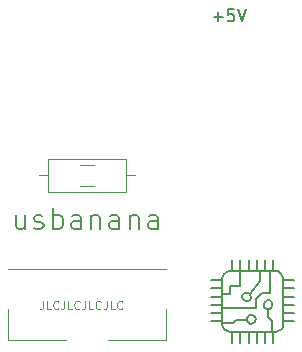
<source format=gbr>
G04 #@! TF.GenerationSoftware,KiCad,Pcbnew,(5.1.6)-1*
G04 #@! TF.CreationDate,2020-08-24T22:25:31-04:00*
G04 #@! TF.ProjectId,usbanana,75736261-6e61-46e6-912e-6b696361645f,1*
G04 #@! TF.SameCoordinates,Original*
G04 #@! TF.FileFunction,Legend,Top*
G04 #@! TF.FilePolarity,Positive*
%FSLAX46Y46*%
G04 Gerber Fmt 4.6, Leading zero omitted, Abs format (unit mm)*
G04 Created by KiCad (PCBNEW (5.1.6)-1) date 2020-08-24 22:25:31*
%MOMM*%
%LPD*%
G01*
G04 APERTURE LIST*
%ADD10C,0.100000*%
%ADD11C,0.200000*%
%ADD12C,0.153000*%
%ADD13C,0.120000*%
%ADD14C,0.150000*%
%ADD15O,16.100000X7.000000*%
%ADD16C,7.000000*%
%ADD17O,1.600000X1.600000*%
%ADD18C,1.600000*%
%ADD19O,2.900000X1.900000*%
%ADD20O,1.900000X2.900000*%
%ADD21C,1.300000*%
%ADD22R,1.300000X1.300000*%
G04 APERTURE END LIST*
D10*
X134766666Y-111616666D02*
X134766666Y-112116666D01*
X134733333Y-112216666D01*
X134666666Y-112283333D01*
X134566666Y-112316666D01*
X134500000Y-112316666D01*
X135433333Y-112316666D02*
X135100000Y-112316666D01*
X135100000Y-111616666D01*
X136066666Y-112250000D02*
X136033333Y-112283333D01*
X135933333Y-112316666D01*
X135866666Y-112316666D01*
X135766666Y-112283333D01*
X135700000Y-112216666D01*
X135666666Y-112150000D01*
X135633333Y-112016666D01*
X135633333Y-111916666D01*
X135666666Y-111783333D01*
X135700000Y-111716666D01*
X135766666Y-111650000D01*
X135866666Y-111616666D01*
X135933333Y-111616666D01*
X136033333Y-111650000D01*
X136066666Y-111683333D01*
X136566666Y-111616666D02*
X136566666Y-112116666D01*
X136533333Y-112216666D01*
X136466666Y-112283333D01*
X136366666Y-112316666D01*
X136300000Y-112316666D01*
X137233333Y-112316666D02*
X136900000Y-112316666D01*
X136900000Y-111616666D01*
X137866666Y-112250000D02*
X137833333Y-112283333D01*
X137733333Y-112316666D01*
X137666666Y-112316666D01*
X137566666Y-112283333D01*
X137500000Y-112216666D01*
X137466666Y-112150000D01*
X137433333Y-112016666D01*
X137433333Y-111916666D01*
X137466666Y-111783333D01*
X137500000Y-111716666D01*
X137566666Y-111650000D01*
X137666666Y-111616666D01*
X137733333Y-111616666D01*
X137833333Y-111650000D01*
X137866666Y-111683333D01*
X138366666Y-111616666D02*
X138366666Y-112116666D01*
X138333333Y-112216666D01*
X138266666Y-112283333D01*
X138166666Y-112316666D01*
X138100000Y-112316666D01*
X139033333Y-112316666D02*
X138700000Y-112316666D01*
X138700000Y-111616666D01*
X139666666Y-112250000D02*
X139633333Y-112283333D01*
X139533333Y-112316666D01*
X139466666Y-112316666D01*
X139366666Y-112283333D01*
X139300000Y-112216666D01*
X139266666Y-112150000D01*
X139233333Y-112016666D01*
X139233333Y-111916666D01*
X139266666Y-111783333D01*
X139300000Y-111716666D01*
X139366666Y-111650000D01*
X139466666Y-111616666D01*
X139533333Y-111616666D01*
X139633333Y-111650000D01*
X139666666Y-111683333D01*
X140166666Y-111616666D02*
X140166666Y-112116666D01*
X140133333Y-112216666D01*
X140066666Y-112283333D01*
X139966666Y-112316666D01*
X139900000Y-112316666D01*
X140833333Y-112316666D02*
X140500000Y-112316666D01*
X140500000Y-111616666D01*
X141466666Y-112250000D02*
X141433333Y-112283333D01*
X141333333Y-112316666D01*
X141266666Y-112316666D01*
X141166666Y-112283333D01*
X141100000Y-112216666D01*
X141066666Y-112150000D01*
X141033333Y-112016666D01*
X141033333Y-111916666D01*
X141066666Y-111783333D01*
X141100000Y-111716666D01*
X141166666Y-111650000D01*
X141266666Y-111616666D01*
X141333333Y-111616666D01*
X141433333Y-111650000D01*
X141466666Y-111683333D01*
D11*
X133271428Y-104364285D02*
X133271428Y-105564285D01*
X132500000Y-104364285D02*
X132500000Y-105307142D01*
X132585714Y-105478571D01*
X132757142Y-105564285D01*
X133014285Y-105564285D01*
X133185714Y-105478571D01*
X133271428Y-105392857D01*
X134042857Y-105478571D02*
X134214285Y-105564285D01*
X134557142Y-105564285D01*
X134728571Y-105478571D01*
X134814285Y-105307142D01*
X134814285Y-105221428D01*
X134728571Y-105050000D01*
X134557142Y-104964285D01*
X134300000Y-104964285D01*
X134128571Y-104878571D01*
X134042857Y-104707142D01*
X134042857Y-104621428D01*
X134128571Y-104450000D01*
X134300000Y-104364285D01*
X134557142Y-104364285D01*
X134728571Y-104450000D01*
X135585714Y-105564285D02*
X135585714Y-103764285D01*
X135585714Y-104450000D02*
X135757142Y-104364285D01*
X136100000Y-104364285D01*
X136271428Y-104450000D01*
X136357142Y-104535714D01*
X136442857Y-104707142D01*
X136442857Y-105221428D01*
X136357142Y-105392857D01*
X136271428Y-105478571D01*
X136100000Y-105564285D01*
X135757142Y-105564285D01*
X135585714Y-105478571D01*
X137985714Y-105564285D02*
X137985714Y-104621428D01*
X137900000Y-104450000D01*
X137728571Y-104364285D01*
X137385714Y-104364285D01*
X137214285Y-104450000D01*
X137985714Y-105478571D02*
X137814285Y-105564285D01*
X137385714Y-105564285D01*
X137214285Y-105478571D01*
X137128571Y-105307142D01*
X137128571Y-105135714D01*
X137214285Y-104964285D01*
X137385714Y-104878571D01*
X137814285Y-104878571D01*
X137985714Y-104792857D01*
X138842857Y-104364285D02*
X138842857Y-105564285D01*
X138842857Y-104535714D02*
X138928571Y-104450000D01*
X139100000Y-104364285D01*
X139357142Y-104364285D01*
X139528571Y-104450000D01*
X139614285Y-104621428D01*
X139614285Y-105564285D01*
X141242857Y-105564285D02*
X141242857Y-104621428D01*
X141157142Y-104450000D01*
X140985714Y-104364285D01*
X140642857Y-104364285D01*
X140471428Y-104450000D01*
X141242857Y-105478571D02*
X141071428Y-105564285D01*
X140642857Y-105564285D01*
X140471428Y-105478571D01*
X140385714Y-105307142D01*
X140385714Y-105135714D01*
X140471428Y-104964285D01*
X140642857Y-104878571D01*
X141071428Y-104878571D01*
X141242857Y-104792857D01*
X142100000Y-104364285D02*
X142100000Y-105564285D01*
X142100000Y-104535714D02*
X142185714Y-104450000D01*
X142357142Y-104364285D01*
X142614285Y-104364285D01*
X142785714Y-104450000D01*
X142871428Y-104621428D01*
X142871428Y-105564285D01*
X144500000Y-105564285D02*
X144500000Y-104621428D01*
X144414285Y-104450000D01*
X144242857Y-104364285D01*
X143900000Y-104364285D01*
X143728571Y-104450000D01*
X144500000Y-105478571D02*
X144328571Y-105564285D01*
X143900000Y-105564285D01*
X143728571Y-105478571D01*
X143642857Y-105307142D01*
X143642857Y-105135714D01*
X143728571Y-104964285D01*
X143900000Y-104878571D01*
X144328571Y-104878571D01*
X144500000Y-104792857D01*
D12*
X150710000Y-109070000D02*
X150527343Y-109094033D01*
X150527343Y-109094033D02*
X150353097Y-109151114D01*
X150353097Y-109151114D02*
X150206780Y-109234847D01*
X150206780Y-109234847D02*
X150074305Y-109362419D01*
X150074305Y-109362419D02*
X149974132Y-109543057D01*
X149974132Y-109543057D02*
X149931304Y-109718912D01*
X149931304Y-109718912D02*
X149922460Y-109857540D01*
X149922460Y-109857540D02*
X149922460Y-113480000D01*
X150710000Y-114267560D02*
X154332470Y-114267560D01*
X155120010Y-109857540D02*
X155095976Y-109674883D01*
X155095976Y-109674883D02*
X155038895Y-109500637D01*
X155038895Y-109500637D02*
X154955162Y-109354320D01*
X154955162Y-109354320D02*
X154827590Y-109221845D01*
X154827590Y-109221845D02*
X154646952Y-109121672D01*
X154646952Y-109121672D02*
X154471097Y-109078844D01*
X154471097Y-109078844D02*
X154332470Y-109070000D01*
X154332470Y-114267560D02*
X154515126Y-114243525D01*
X154515126Y-114243525D02*
X154689372Y-114186443D01*
X154689372Y-114186443D02*
X154835689Y-114102707D01*
X154835689Y-114102707D02*
X154968164Y-113975133D01*
X154968164Y-113975133D02*
X155068337Y-113794490D01*
X155068337Y-113794490D02*
X155111165Y-113618630D01*
X155111165Y-113618630D02*
X155120010Y-113480000D01*
X155120010Y-113480000D02*
X155120010Y-109857540D01*
X154332470Y-109070000D02*
X150710000Y-109070000D01*
X150796270Y-108180610D02*
X150790000Y-109060000D01*
X153580000Y-108190000D02*
X153580000Y-109060000D01*
X152188780Y-108180610D02*
X152188780Y-109070000D01*
X156024680Y-109879060D02*
X155127030Y-109879060D01*
X156024680Y-112663931D02*
X155127030Y-112663931D01*
X154277470Y-108180610D02*
X154277470Y-109060000D01*
X156024680Y-111967750D02*
X155127030Y-111967750D01*
X149920000Y-109879060D02*
X148984564Y-109879060D01*
X152884950Y-108180610D02*
X152884950Y-109070000D01*
X149920000Y-110575230D02*
X148984564Y-110575230D01*
X149922460Y-113480000D02*
X149946493Y-113662661D01*
X149946493Y-113662661D02*
X150003574Y-113836911D01*
X150003574Y-113836911D02*
X150087307Y-113983232D01*
X150087307Y-113983232D02*
X150214879Y-114115710D01*
X150214879Y-114115710D02*
X150395517Y-114215885D01*
X150395517Y-114215885D02*
X150571372Y-114258715D01*
X150571372Y-114258715D02*
X150710000Y-114267560D01*
X156024680Y-113360250D02*
X155127030Y-113360250D01*
X156024680Y-110575230D02*
X155127030Y-110575230D01*
X156024680Y-111271410D02*
X155127030Y-111271410D01*
X149920000Y-113360250D02*
X148984564Y-113360250D01*
X149920000Y-112663931D02*
X148984564Y-112663931D01*
X151492590Y-108180610D02*
X151492590Y-109070000D01*
X152008550Y-110929390D02*
X151851472Y-110965117D01*
X151851472Y-110965117D02*
X151728972Y-111061234D01*
X151728972Y-111061234D02*
X151657645Y-111201146D01*
X151657645Y-111201146D02*
X151646239Y-111291690D01*
X152008550Y-111653960D02*
X152165512Y-111618240D01*
X152165512Y-111618240D02*
X152287955Y-111522137D01*
X152287955Y-111522137D02*
X152359264Y-111382234D01*
X152359264Y-111382234D02*
X152370670Y-111291690D01*
X152188780Y-114268380D02*
X152188780Y-115166172D01*
X153835550Y-112326600D02*
X153992554Y-112288777D01*
X153992554Y-112288777D02*
X154115054Y-112187028D01*
X154115054Y-112187028D02*
X154186406Y-112038932D01*
X154186406Y-112038932D02*
X154197820Y-111943100D01*
X150638210Y-111023930D02*
X150638210Y-110362470D01*
X152370670Y-111291690D02*
X152336917Y-111138723D01*
X152336917Y-111138723D02*
X152279870Y-111051770D01*
X151646239Y-111291690D02*
X151681966Y-111448759D01*
X151681966Y-111448759D02*
X151778086Y-111571242D01*
X151778086Y-111571242D02*
X151918002Y-111642556D01*
X151918002Y-111642556D02*
X152008550Y-111653960D01*
X153855230Y-112339551D02*
X153855230Y-112969440D01*
X153835550Y-111559450D02*
X153678474Y-111597270D01*
X153678474Y-111597270D02*
X153555979Y-111699035D01*
X153555979Y-111699035D02*
X153484655Y-111847197D01*
X153484655Y-111847197D02*
X153473250Y-111943100D01*
X154170000Y-113290000D02*
X154170000Y-114240000D01*
X153855230Y-112969440D02*
X154170000Y-113290000D01*
X153158210Y-109921500D02*
X152260000Y-111040000D01*
X152406800Y-112808210D02*
X152249812Y-112846054D01*
X152249812Y-112846054D02*
X152127357Y-112947853D01*
X152127357Y-112947853D02*
X152056045Y-113096004D01*
X152056045Y-113096004D02*
X152044640Y-113191860D01*
X152884950Y-114268380D02*
X152884950Y-115166172D01*
X152811790Y-111433470D02*
X152811790Y-112189480D01*
X153977190Y-109070000D02*
X153977190Y-110929390D01*
X152406800Y-113575370D02*
X152563851Y-113537550D01*
X152563851Y-113537550D02*
X152686339Y-113435805D01*
X152686339Y-113435805D02*
X152757663Y-113287702D01*
X152757663Y-113287702D02*
X152769070Y-113191860D01*
X152406800Y-113575370D02*
X152406800Y-113575370D01*
X153473250Y-111943100D02*
X153508975Y-112109349D01*
X153508975Y-112109349D02*
X153605090Y-112239017D01*
X153605090Y-112239017D02*
X153745003Y-112314524D01*
X153745003Y-112314524D02*
X153835550Y-112326600D01*
X151142290Y-113228920D02*
X150858700Y-113510000D01*
X150860000Y-113510000D02*
X149920000Y-113510000D01*
X151492590Y-114268380D02*
X151492590Y-115166172D01*
X150638210Y-110362470D02*
X151430000Y-110362470D01*
X151430000Y-110362470D02*
X151430000Y-109070000D01*
X149920000Y-111970000D02*
X148984564Y-111967750D01*
X152279870Y-111051770D02*
X152151060Y-110958597D01*
X152151060Y-110958597D02*
X152008550Y-110929390D01*
X153977190Y-110929390D02*
X153315730Y-110929390D01*
X153581300Y-114268380D02*
X153581300Y-115166172D01*
X152811790Y-112189480D02*
X149945190Y-112189480D01*
X153835550Y-112326600D02*
X153835550Y-112326600D01*
X152040000Y-113230000D02*
X151142290Y-113228920D01*
X149920000Y-111271410D02*
X148984564Y-111271410D01*
X154197820Y-111943100D02*
X154162074Y-111776743D01*
X154162074Y-111776743D02*
X154065934Y-111647035D01*
X154065934Y-111647035D02*
X153926044Y-111571524D01*
X153926044Y-111571524D02*
X153835550Y-111559450D01*
X152044640Y-113191860D02*
X152080362Y-113358124D01*
X152080362Y-113358124D02*
X152176455Y-113487792D01*
X152176455Y-113487792D02*
X152316309Y-113563295D01*
X152316309Y-113563295D02*
X152406800Y-113575370D01*
X152769070Y-113191860D02*
X152733343Y-113025564D01*
X152733343Y-113025564D02*
X152637230Y-112895840D01*
X152637230Y-112895840D02*
X152497331Y-112820292D01*
X152497331Y-112820292D02*
X152406800Y-112808210D01*
X154277470Y-114268380D02*
X154277470Y-115166172D01*
X150796270Y-114268380D02*
X150796270Y-115166172D01*
X152008550Y-111653960D02*
X152008550Y-111653960D01*
X153158210Y-109070950D02*
X153158210Y-109921500D01*
X149945190Y-111023930D02*
X150638210Y-111023930D01*
X153315730Y-110929390D02*
X152811790Y-111433470D01*
D13*
X135230000Y-99630000D02*
X135230000Y-102370000D01*
X135230000Y-102370000D02*
X141770000Y-102370000D01*
X141770000Y-102370000D02*
X141770000Y-99630000D01*
X141770000Y-99630000D02*
X135230000Y-99630000D01*
X134460000Y-101000000D02*
X135230000Y-101000000D01*
X142540000Y-101000000D02*
X141770000Y-101000000D01*
X145200000Y-114900000D02*
X140250000Y-114900000D01*
X145200000Y-114900000D02*
X145200000Y-112300000D01*
X131800000Y-114900000D02*
X131800000Y-112300000D01*
X131800000Y-114900000D02*
X136750000Y-114900000D01*
X131800000Y-108900000D02*
X145200000Y-108900000D01*
X137897936Y-100090000D02*
X139102064Y-100090000D01*
X137897936Y-101910000D02*
X139102064Y-101910000D01*
D14*
X149214285Y-87571428D02*
X149976190Y-87571428D01*
X149595238Y-87952380D02*
X149595238Y-87190476D01*
X150928571Y-86952380D02*
X150452380Y-86952380D01*
X150404761Y-87428571D01*
X150452380Y-87380952D01*
X150547619Y-87333333D01*
X150785714Y-87333333D01*
X150880952Y-87380952D01*
X150928571Y-87428571D01*
X150976190Y-87523809D01*
X150976190Y-87761904D01*
X150928571Y-87857142D01*
X150880952Y-87904761D01*
X150785714Y-87952380D01*
X150547619Y-87952380D01*
X150452380Y-87904761D01*
X150404761Y-87857142D01*
X151261904Y-86952380D02*
X151595238Y-87952380D01*
X151928571Y-86952380D01*
%LPC*%
D15*
X150500000Y-94000000D03*
D16*
X126500000Y-94000000D03*
D17*
X143580000Y-101000000D03*
D18*
X133420000Y-101000000D03*
D19*
X138500000Y-114780000D03*
D20*
X131930000Y-110600000D03*
X145070000Y-110600000D03*
D21*
X135000000Y-110000000D03*
X137500000Y-110000000D03*
X139500000Y-110000000D03*
D22*
X142000000Y-110000000D03*
G36*
G01*
X139275000Y-101625000D02*
X139275000Y-100375000D01*
G75*
G02*
X139525000Y-100125000I250000J0D01*
G01*
X140450000Y-100125000D01*
G75*
G02*
X140700000Y-100375000I0J-250000D01*
G01*
X140700000Y-101625000D01*
G75*
G02*
X140450000Y-101875000I-250000J0D01*
G01*
X139525000Y-101875000D01*
G75*
G02*
X139275000Y-101625000I0J250000D01*
G01*
G37*
G36*
G01*
X136300000Y-101625000D02*
X136300000Y-100375000D01*
G75*
G02*
X136550000Y-100125000I250000J0D01*
G01*
X137475000Y-100125000D01*
G75*
G02*
X137725000Y-100375000I0J-250000D01*
G01*
X137725000Y-101625000D01*
G75*
G02*
X137475000Y-101875000I-250000J0D01*
G01*
X136550000Y-101875000D01*
G75*
G02*
X136300000Y-101625000I0J250000D01*
G01*
G37*
M02*

</source>
